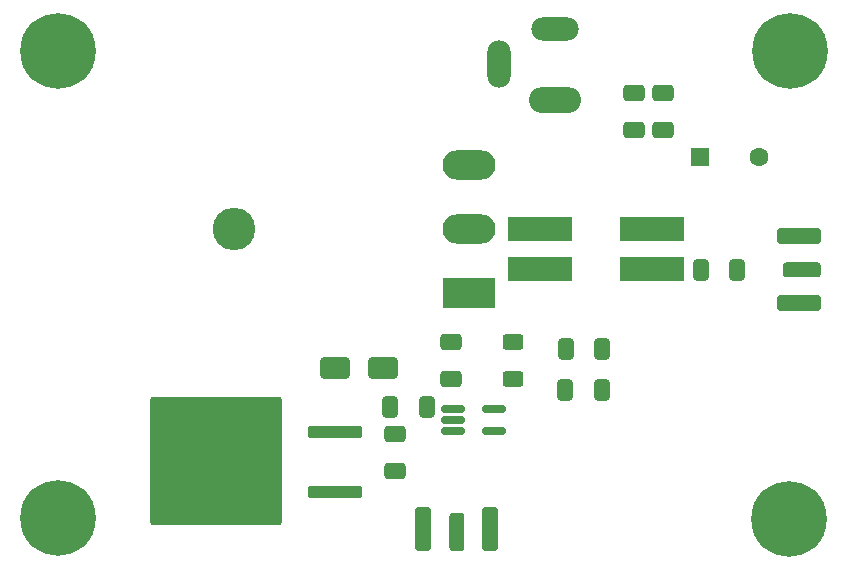
<source format=gbr>
%TF.GenerationSoftware,KiCad,Pcbnew,8.99.0-unknown-2b81d3a93c~180~ubuntu22.04.1*%
%TF.CreationDate,2024-08-01T07:46:56+05:30*%
%TF.ProjectId,HF-PA-v10,48462d50-412d-4763-9130-2e6b69636164,rev?*%
%TF.SameCoordinates,Original*%
%TF.FileFunction,Soldermask,Top*%
%TF.FilePolarity,Negative*%
%FSLAX46Y46*%
G04 Gerber Fmt 4.6, Leading zero omitted, Abs format (unit mm)*
G04 Created by KiCad (PCBNEW 8.99.0-unknown-2b81d3a93c~180~ubuntu22.04.1) date 2024-08-01 07:46:56*
%MOMM*%
%LPD*%
G01*
G04 APERTURE LIST*
G04 Aperture macros list*
%AMRoundRect*
0 Rectangle with rounded corners*
0 $1 Rounding radius*
0 $2 $3 $4 $5 $6 $7 $8 $9 X,Y pos of 4 corners*
0 Add a 4 corners polygon primitive as box body*
4,1,4,$2,$3,$4,$5,$6,$7,$8,$9,$2,$3,0*
0 Add four circle primitives for the rounded corners*
1,1,$1+$1,$2,$3*
1,1,$1+$1,$4,$5*
1,1,$1+$1,$6,$7*
1,1,$1+$1,$8,$9*
0 Add four rect primitives between the rounded corners*
20,1,$1+$1,$2,$3,$4,$5,0*
20,1,$1+$1,$4,$5,$6,$7,0*
20,1,$1+$1,$6,$7,$8,$9,0*
20,1,$1+$1,$8,$9,$2,$3,0*%
G04 Aperture macros list end*
%ADD10C,0.800000*%
%ADD11C,6.400000*%
%ADD12RoundRect,0.250000X1.350000X-0.385000X1.350000X0.385000X-1.350000X0.385000X-1.350000X-0.385000X0*%
%ADD13RoundRect,0.250000X1.600000X-0.425000X1.600000X0.425000X-1.600000X0.425000X-1.600000X-0.425000X0*%
%ADD14RoundRect,0.250000X-0.412500X-0.650000X0.412500X-0.650000X0.412500X0.650000X-0.412500X0.650000X0*%
%ADD15O,4.400000X2.200000*%
%ADD16O,4.000000X2.000000*%
%ADD17O,2.000000X4.000000*%
%ADD18RoundRect,0.250000X0.650000X-0.412500X0.650000X0.412500X-0.650000X0.412500X-0.650000X-0.412500X0*%
%ADD19RoundRect,0.250000X-0.385000X-1.350000X0.385000X-1.350000X0.385000X1.350000X-0.385000X1.350000X0*%
%ADD20RoundRect,0.250000X-0.425000X-1.600000X0.425000X-1.600000X0.425000X1.600000X-0.425000X1.600000X0*%
%ADD21O,3.600000X3.600000*%
%ADD22R,4.500000X2.500000*%
%ADD23O,4.500000X2.500000*%
%ADD24RoundRect,0.250000X0.412500X0.650000X-0.412500X0.650000X-0.412500X-0.650000X0.412500X-0.650000X0*%
%ADD25RoundRect,0.250000X1.000000X0.650000X-1.000000X0.650000X-1.000000X-0.650000X1.000000X-0.650000X0*%
%ADD26RoundRect,0.162500X-0.837500X-0.162500X0.837500X-0.162500X0.837500X0.162500X-0.837500X0.162500X0*%
%ADD27R,1.600000X1.600000*%
%ADD28C,1.600000*%
%ADD29R,5.500000X2.150000*%
%ADD30RoundRect,0.250000X-0.650000X0.412500X-0.650000X-0.412500X0.650000X-0.412500X0.650000X0.412500X0*%
%ADD31RoundRect,0.250000X2.050000X0.300000X-2.050000X0.300000X-2.050000X-0.300000X2.050000X-0.300000X0*%
%ADD32RoundRect,0.289364X5.290636X5.150636X-5.290636X5.150636X-5.290636X-5.150636X5.290636X-5.150636X0*%
%ADD33RoundRect,0.250000X-0.625000X0.400000X-0.625000X-0.400000X0.625000X-0.400000X0.625000X0.400000X0*%
G04 APERTURE END LIST*
D10*
%TO.C,H3*%
X139400000Y-105720000D03*
X140102944Y-104022944D03*
X140102944Y-107417056D03*
X141800000Y-103320000D03*
D11*
X141800000Y-105720000D03*
D10*
X141800000Y-108120000D03*
X143497056Y-104022944D03*
X143497056Y-107417056D03*
X144200000Y-105720000D03*
%TD*%
D12*
%TO.C,RF_OUT1*%
X204807500Y-84720000D03*
D13*
X204557500Y-81895000D03*
X204557500Y-87545000D03*
%TD*%
D14*
%TO.C,C12*%
X184757500Y-94920000D03*
X187882500Y-94920000D03*
%TD*%
D15*
%TO.C,Power1*%
X183850000Y-70312500D03*
D16*
X183850000Y-64312500D03*
D17*
X179150000Y-67312500D03*
%TD*%
D14*
%TO.C,C9*%
X169887500Y-96320000D03*
X173012500Y-96320000D03*
%TD*%
D18*
%TO.C,C4*%
X175110000Y-93962500D03*
X175110000Y-90837500D03*
%TD*%
D10*
%TO.C,H4*%
X201300000Y-105790000D03*
X202002944Y-104092944D03*
X202002944Y-107487056D03*
X203700000Y-103390000D03*
D11*
X203700000Y-105790000D03*
D10*
X203700000Y-108190000D03*
X205397056Y-104092944D03*
X205397056Y-107487056D03*
X206100000Y-105790000D03*
%TD*%
D19*
%TO.C,RF_IN1*%
X175570000Y-106940000D03*
D20*
X178395000Y-106690000D03*
X172745000Y-106690000D03*
%TD*%
D21*
%TO.C,Q1*%
X156740000Y-81270000D03*
D22*
X176600000Y-86720000D03*
D23*
X176600000Y-81270000D03*
X176600000Y-75820000D03*
%TD*%
D24*
%TO.C,C3*%
X199330000Y-84750000D03*
X196205000Y-84750000D03*
%TD*%
D25*
%TO.C,D1*%
X169290000Y-93060000D03*
X165290000Y-93060000D03*
%TD*%
D26*
%TO.C,U2*%
X175270000Y-96512500D03*
X175270000Y-97462500D03*
X175270000Y-98412500D03*
X178690000Y-98412500D03*
X178690000Y-96512500D03*
%TD*%
D27*
%TO.C,C6*%
X196187349Y-75180000D03*
D28*
X201187349Y-75180000D03*
%TD*%
D29*
%TO.C,T1*%
X182610000Y-81255000D03*
X182610000Y-84685000D03*
X192110000Y-84685000D03*
X192110000Y-81255000D03*
%TD*%
D10*
%TO.C,H1*%
X139430000Y-66200000D03*
X140132944Y-64502944D03*
X140132944Y-67897056D03*
X141830000Y-63800000D03*
D11*
X141830000Y-66200000D03*
D10*
X141830000Y-68600000D03*
X143527056Y-64502944D03*
X143527056Y-67897056D03*
X144230000Y-66200000D03*
%TD*%
D18*
%TO.C,C5*%
X193040000Y-72862500D03*
X193040000Y-69737500D03*
%TD*%
D30*
%TO.C,C8*%
X170340000Y-98597500D03*
X170340000Y-101722500D03*
%TD*%
D31*
%TO.C,U1*%
X165225000Y-103505000D03*
D32*
X155195000Y-100925000D03*
D31*
X165225000Y-98425000D03*
%TD*%
D18*
%TO.C,C10*%
X190550000Y-72862500D03*
X190550000Y-69737500D03*
%TD*%
D10*
%TO.C,H2*%
X201352944Y-66177944D03*
X202055888Y-64480888D03*
X202055888Y-67875000D03*
X203752944Y-63777944D03*
D11*
X203752944Y-66177944D03*
D10*
X203752944Y-68577944D03*
X205450000Y-64480888D03*
X205450000Y-67875000D03*
X206152944Y-66177944D03*
%TD*%
D33*
%TO.C,R3*%
X180300000Y-90870000D03*
X180300000Y-93970000D03*
%TD*%
D14*
%TO.C,C2*%
X184770000Y-91410000D03*
X187895000Y-91410000D03*
%TD*%
M02*

</source>
